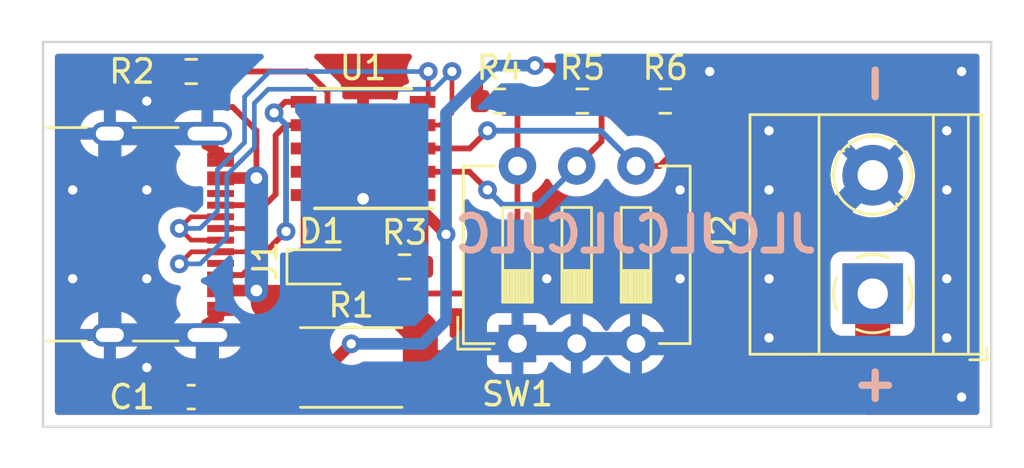
<source format=kicad_pcb>
(kicad_pcb (version 20211014) (generator pcbnew)
  (layers (0 "F.Cu" signal) (31 "B.Cu" signal) (34 "B.Paste" user) (35 "F.Paste" user) (36 "B.SilkS" user "B.Silkscreen") (37 "F.SilkS" user "F.Silkscreen") (38 "B.Mask" user) (39 "F.Mask" user) (44 "Edge.Cuts" user))
  (net 0 "")
  (net 1 "VDD")
  (net 2 "GND")
  (net 3 "Net-(D1-Pad1)")
  (net 4 "Net-(D1-Pad2)")
  (net 5 "VBUS")
  (net 6 "CC1")
  (net 7 "D+")
  (net 8 "D-")
  (net 10 "CC2")
  (net 12 "Net-(R2-Pad2)")
  (net 13 "CFG1")
  (net 14 "CFG2")
  (net 15 "CFG3")
  (footprint "Resistor_SMD:R_0603_1608Metric" (layer "F.Cu") (at 148.59 87.63)
    (fp_text reference "R6" (at 0 -1.43) (layer "F.SilkS"))
    (fp_text value "10k")
    (fp_line (start -0.237258 0.5225) (end 0.237258 0.5225) (layer "F.SilkS") (width 0.12))
    (fp_line (start -0.237258 -0.5225) (end 0.237258 -0.5225) (layer "F.SilkS") (width 0.12))
    (pad "1" smd roundrect (at -0.825 0) (size 0.8 0.95) (layers "F.Cu" "F.Paste" "F.Mask") (net 1 "VDD"))
    (pad "2" smd roundrect (at 0.825 0) (size 0.8 0.95) (layers "F.Cu" "F.Paste" "F.Mask") (net 15 "CFG3"))
  )
  (footprint "Capacitor_SMD:C_0603_1608Metric" (layer "F.Cu") (at 128.27 100.33 180)
    (fp_text reference "C1" (at 2.54 0) (layer "F.SilkS"))
    (fp_text value "1u")
    (fp_line (start -0.14058 0.51) (end 0.14058 0.51) (layer "F.SilkS") (width 0.12))
    (fp_line (start -0.14058 -0.51) (end 0.14058 -0.51) (layer "F.SilkS") (width 0.12))
    (pad "1" smd roundrect (at -0.775 0 180) (size 0.9 0.95) (layers "F.Cu" "F.Paste" "F.Mask") (net 1 "VDD"))
    (pad "2" smd roundrect (at 0.775 0 180) (size 0.9 0.95) (layers "F.Cu" "F.Paste" "F.Mask") (net 2 "GND"))
  )
  (footprint "TerminalBlock_Phoenix:TerminalBlock_Phoenix_MKDS-1,5-2-5.08_1x02_P5.08mm_Horizontal" (layer "F.Cu") (at 157.48 95.89 90)
    (fp_text reference "J2" (at 2.545 -6.4008 90) (layer "F.SilkS"))
    (fp_text value "Screw_Terminal_01x02")
    (fp_line (start 7.68 -5.261) (end 7.68 4.66) (layer "F.SilkS") (width 0.12))
    (fp_line (start -2.6 -5.261) (end -2.6 4.66) (layer "F.SilkS") (width 0.12))
    (fp_line (start -2.6 2.6) (end 7.68 2.6) (layer "F.SilkS") (width 0.12))
    (fp_line (start 4.046 1.239) (end 4.011 1.274) (layer "F.SilkS") (width 0.12))
    (fp_line (start -2.6 4.66) (end 7.68 4.66) (layer "F.SilkS") (width 0.12))
    (fp_line (start -2.6 -2.301) (end 7.68 -2.301) (layer "F.SilkS") (width 0.12))
    (fp_line (start -2.84 4.9) (end -2.34 4.9) (layer "F.SilkS") (width 0.12))
    (fp_line (start -2.6 4.1) (end 7.68 4.1) (layer "F.SilkS") (width 0.12))
    (fp_line (start -2.6 -5.261) (end 7.68 -5.261) (layer "F.SilkS") (width 0.12))
    (fp_line (start 3.853 1.023) (end 3.806 1.069) (layer "F.SilkS") (width 0.12))
    (fp_line (start 6.355 -1.069) (end 6.308 -1.023) (layer "F.SilkS") (width 0.12))
    (fp_line (start -2.84 4.16) (end -2.84 4.9) (layer "F.SilkS") (width 0.12))
    (fp_line (start 6.15 -1.275) (end 6.115 -1.239) (layer "F.SilkS") (width 0.12))
    (fp_arc (start 1.535427 -0.683042) (mid 1.680501 0.000524) (end 1.535 0.684) (layer "F.SilkS") (width 0.12))
    (fp_arc (start -0.683042 -1.535427) (mid 0.000524 -1.680501) (end 0.684 -1.535) (layer "F.SilkS") (width 0.12))
    (fp_arc (start 0.028805 1.680253) (mid -0.335551 1.646659) (end -0.684 1.535) (layer "F.SilkS") (width 0.12))
    (fp_arc (start -1.535427 0.683042) (mid -1.680501 -0.000524) (end -1.535 -0.684) (layer "F.SilkS") (width 0.12))
    (fp_arc (start 0.683318 1.534756) (mid 0.349292 1.643288) (end 0 1.68) (layer "F.SilkS") (width 0.12))
    (fp_circle (center 5.08 0) (end 6.76 0) (layer "F.SilkS") (width 0.12) (fill none))
    (pad "1" thru_hole rect (at 0 0 90) (size 2.6 2.6) (drill 1.3) (layers *.Cu *.Mask) (net 5 "VBUS"))
    (pad "2" thru_hole circle (at 5.08 0 90) (size 2.6 2.6) (drill 1.3) (layers *.Cu *.Mask) (net 2 "GND"))
  )
  (footprint "Resistor_SMD:R_0603_1608Metric" (layer "F.Cu") (at 137.414 94.742 180)
    (fp_text reference "R3" (at 0 1.4732) (layer "F.SilkS"))
    (fp_text value "1k")
    (fp_line (start -0.237258 -0.5225) (end 0.237258 -0.5225) (layer "F.SilkS") (width 0.12))
    (fp_line (start -0.237258 0.5225) (end 0.237258 0.5225) (layer "F.SilkS") (width 0.12))
    (pad "1" smd roundrect (at -0.825 0 180) (size 0.8 0.95) (layers "F.Cu" "F.Paste" "F.Mask") (net 1 "VDD"))
    (pad "2" smd roundrect (at 0.825 0 180) (size 0.8 0.95) (layers "F.Cu" "F.Paste" "F.Mask") (net 4 "Net-(D1-Pad2)"))
  )
  (footprint "library:ESSOP-10_3.9x4.9mm_P1.00mm" (layer "F.Cu") (at 135.636 89.662 180)
    (fp_text reference "U1" (at 0 3.4544) (layer "F.SilkS"))
    (fp_text value "CH224K")
    (fp_line (start -3 -2.57) (end 2.07 -2.57) (layer "F.SilkS") (width 0.15))
    (fp_line (start -2.07 2.57) (end 2.07 2.57) (layer "F.SilkS") (width 0.15))
    (pad "0" smd rect (at 0 0 180) (size 2.3 3.2) (layers "F.Cu" "F.Paste" "F.Mask") (net 2 "GND"))
    (pad "1" smd rect (at -2.55 -2 180) (size 1.1 0.51) (layers "F.Cu" "F.Paste" "F.Mask") (net 1 "VDD"))
    (pad "2" smd rect (at -2.55 -1 180) (size 1.1 0.51) (layers "F.Cu" "F.Paste" "F.Mask") (net 14 "CFG2"))
    (pad "3" smd rect (at -2.55 0 180) (size 1.1 0.51) (layers "F.Cu" "F.Paste" "F.Mask") (net 15 "CFG3"))
    (pad "4" smd rect (at -2.55 1 180) (size 1.1 0.51) (layers "F.Cu" "F.Paste" "F.Mask") (net 7 "D+"))
    (pad "5" smd rect (at -2.55 2 180) (size 1.1 0.51) (layers "F.Cu" "F.Paste" "F.Mask") (net 8 "D-"))
    (pad "6" smd rect (at 2.55 2 180) (size 1.1 0.51) (layers "F.Cu" "F.Paste" "F.Mask") (net 10 "CC2"))
    (pad "7" smd rect (at 2.55 1 180) (size 1.1 0.51) (layers "F.Cu" "F.Paste" "F.Mask") (net 6 "CC1"))
    (pad "8" smd rect (at 2.55 0 180) (size 1.1 0.51) (layers "F.Cu" "F.Paste" "F.Mask") (net 12 "Net-(R2-Pad2)"))
    (pad "9" smd rect (at 2.55 -1 180) (size 1.1 0.51) (layers "F.Cu" "F.Paste" "F.Mask") (net 13 "CFG1"))
    (pad "10" smd rect (at 2.55 -2 180) (size 1.1 0.51) (layers "F.Cu" "F.Paste" "F.Mask") (net 3 "Net-(D1-Pad1)"))
  )
  (footprint "Resistor_SMD:R_0603_1608Metric" (layer "F.Cu") (at 141.478 87.63)
    (fp_text reference "R4" (at 0 -1.43) (layer "F.SilkS"))
    (fp_text value "10k")
    (fp_line (start -0.237258 0.5225) (end 0.237258 0.5225) (layer "F.SilkS") (width 0.12))
    (fp_line (start -0.237258 -0.5225) (end 0.237258 -0.5225) (layer "F.SilkS") (width 0.12))
    (pad "1" smd roundrect (at -0.825 0) (size 0.8 0.95) (layers "F.Cu" "F.Paste" "F.Mask") (net 1 "VDD"))
    (pad "2" smd roundrect (at 0.825 0) (size 0.8 0.95) (layers "F.Cu" "F.Paste" "F.Mask") (net 13 "CFG1"))
  )
  (footprint "library:SW_DIP_SPSTx03_Slide_7.5x9.6mm_W7.62mm_P2.54mm" (layer "F.Cu") (at 142.255 98.034 90)
    (fp_text reference "SW1" (at -2.169 0 180) (layer "F.SilkS"))
    (fp_text value "SW_DIP_x03")
    (fp_line (start 1.78 4.685) (end 3.133333 4.685) (layer "F.SilkS") (width 0.12))
    (fp_line (start 1.78 5.645) (end 3.133333 5.645) (layer "F.SilkS") (width 0.12))
    (fp_line (start 1.78 -0.515) (end 3.133333 -0.515) (layer "F.SilkS") (width 0.12))
    (fp_line (start 1.78 4.805) (end 3.133333 4.805) (layer "F.SilkS") (width 0.12))
    (fp_line (start -0.24 -2.56) (end 1.14 -2.56) (layer "F.SilkS") (width 0.12))
    (fp_line (start 1.78 3.105) (end 3.133333 3.105) (layer "F.SilkS") (width 0.12))
    (fp_line (start 0 -2.32) (end 0 -1) (layer "F.SilkS") (width 0.12))
    (fp_line (start 1.78 3.175) (end 5.84 3.175) (layer "F.SilkS") (width 0.12))
    (fp_line (start 1.78 2.265) (end 3.133333 2.265) (layer "F.SilkS") (width 0.12))
    (fp_line (start 1.78 0.085) (end 3.133333 0.085) (layer "F.SilkS") (width 0.12))
    (fp_line (start 0 7.4) (end 7.62 7.4) (layer "F.SilkS") (width 0.12))
    (fp_line (start 1.78 5.405) (end 3.133333 5.405) (layer "F.SilkS") (width 0.12))
    (fp_line (start 1.78 0.325) (end 3.133333 0.325) (layer "F.SilkS") (width 0.12))
    (fp_line (start 1.78 0.205) (end 3.133333 0.205) (layer "F.SilkS") (width 0.12))
    (fp_line (start 1.78 -0.035) (end 3.133333 -0.035) (layer "F.SilkS") (width 0.12))
    (fp_line (start 1.78 5.045) (end 3.133333 5.045) (layer "F.SilkS") (width 0.12))
    (fp_line (start 1.78 2.865) (end 3.133333 2.865) (layer "F.SilkS") (width 0.12))
    (fp_line (start 1.78 2.385) (end 3.133333 2.385) (layer "F.SilkS") (width 0.12))
    (fp_line (start 1.78 2.625) (end 3.133333 2.625) (layer "F.SilkS") (width 0.12))
    (fp_line (start 0 6.08) (end 0 7.4) (layer "F.SilkS") (width 0.12))
    (fp_line (start 1.78 -0.275) (end 3.133333 -0.275) (layer "F.SilkS") (width 0.12))
    (fp_line (start 5.84 0.635) (end 5.84 -0.635) (layer "F.SilkS") (width 0.12))
    (fp_line (start 1.78 5.525) (end 3.133333 5.525) (layer "F.SilkS") (width 0.12))
    (fp_line (start 1.78 4.565) (end 3.133333 4.565) (layer "F.SilkS") (width 0.12))
    (fp_line (start 7.62 6.08) (end 7.62 7.4) (layer "F.SilkS") (width 0.12))
    (fp_line (start 3.133333 -0.635) (end 3.133333 0.635) (layer "F.SilkS") (width 0.12))
    (fp_line (start 1.78 2.745) (end 3.133333 2.745) (layer "F.SilkS") (width 0.12))
    (fp_line (start 3.133333 1.905) (end 3.133333 3.175) (layer "F.SilkS") (width 0.12))
    (fp_line (start 1.78 2.145) (end 3.133333 2.145) (layer "F.SilkS") (width 0.12))
    (fp_line (start 1.78 1.905) (end 1.78 3.175) (layer "F.SilkS") (width 0.12))
    (fp_line (start 1.78 4.925) (end 3.133333 4.925) (layer "F.SilkS") (width 0.12))
    (fp_line (start 1.78 0.565) (end 3.133333 0.565) (layer "F.SilkS") (width 0.12))
    (fp_line (start 5.84 -0.635) (end 1.78 -0.635) (layer "F.SilkS") (width 0.12))
    (fp_line (start 1.78 -0.395) (end 3.133333 -0.395) (layer "F.SilkS") (width 0.12))
    (fp_line (start 3.133333 4.445) (end 3.133333 5.715) (layer "F.SilkS") (width 0.12))
    (fp_line (start 1.78 5.285) (end 3.133333 5.285) (layer "F.SilkS") (width 0.12))
    (fp_line (start 5.84 4.445) (end 1.78 4.445) (layer "F.SilkS") (width 0.12))
    (fp_line (start 1.78 -0.155) (end 3.133333 -0.155) (layer "F.SilkS") (width 0.12))
    (fp_line (start 0 -2.32) (end 7.62 -2.32) (layer "F.SilkS") (width 0.12))
    (fp_line (start 1.78 -0.635) (end 1.78 0.635) (layer "F.SilkS") (width 0.12))
    (fp_line (start 1.78 2.985) (end 3.133333 2.985) (layer "F.SilkS") (width 0.12))
    (fp_line (start 5.84 1.905) (end 1.78 1.905) (layer "F.SilkS") (width 0.12))
    (fp_line (start 7.62 -2.32) (end 7.62 -1) (layer "F.SilkS") (width 0.12))
    (fp_line (start 5.84 3.175) (end 5.84 1.905) (layer "F.SilkS") (width 0.12))
    (fp_line (start 5.84 5.715) (end 5.84 4.445) (layer "F.SilkS") (width 0.12))
    (fp_line (start 1.78 0.635) (end 5.84 0.635) (layer "F.SilkS") (width 0.12))
    (fp_line (start -0.24 -2.56) (end -0.24 -1.18) (layer "F.SilkS") (width 0.12))
    (fp_line (start 1.78 2.025) (end 3.133333 2.025) (layer "F.SilkS") (width 0.12))
    (fp_line (start 1.78 0.445) (end 3.133333 0.445) (layer "F.SilkS") (width 0.12))
    (fp_line (start 1.78 4.445) (end 1.78 5.715) (layer "F.SilkS") (width 0.12))
    (fp_line (start 1.78 5.165) (end 3.133333 5.165) (layer "F.SilkS") (width 0.12))
    (fp_line (start 1.78 2.505) (end 3.133333 2.505) (layer "F.SilkS") (width 0.12))
    (fp_line (start 1.78 5.715) (end 5.84 5.715) (layer "F.SilkS") (width 0.12))
    (pad "1" thru_hole rect (at 0 0 90) (size 1.6 1.6) (drill 0.8) (layers *.Cu *.Mask) (net 2 "GND"))
    (pad "2" thru_hole oval (at 0 2.54 90) (size 1.6 1.6) (drill 0.8) (layers *.Cu *.Mask) (net 2 "GND"))
    (pad "3" thru_hole oval (at 0 5.08 90) (size 1.6 1.6) (drill 0.8) (layers *.Cu *.Mask) (net 2 "GND"))
    (pad "4" thru_hole oval (at 7.62 5.08 90) (size 1.6 1.6) (drill 0.8) (layers *.Cu *.Mask) (net 15 "CFG3"))
    (pad "5" thru_hole oval (at 7.62 2.54 90) (size 1.6 1.6) (drill 0.8) (layers *.Cu *.Mask) (net 14 "CFG2"))
    (pad "6" thru_hole oval (at 7.62 0 90) (size 1.6 1.6) (drill 0.8) (layers *.Cu *.Mask) (net 13 "CFG1"))
  )
  (footprint "Resistor_SMD:R_2512_6332Metric" (layer "F.Cu") (at 135.128 99.06 180)
    (fp_text reference "R1" (at 0 2.667) (layer "F.SilkS"))
    (fp_text value "1k")
    (fp_line (start -2.177064 -1.71) (end 2.177064 -1.71) (layer "F.SilkS") (width 0.12))
    (fp_line (start -2.177064 1.71) (end 2.177064 1.71) (layer "F.SilkS") (width 0.12))
    (pad "1" smd roundrect (at -2.9625 0 180) (size 1.225 3.35) (layers "F.Cu" "F.Paste" "F.Mask") (roundrect_rratio 0.2040816327) (net 5 "VBUS"))
    (pad "2" smd roundrect (at 2.9625 0 180) (size 1.225 3.35) (layers "F.Cu" "F.Paste" "F.Mask") (roundrect_rratio 0.2040816327) (net 1 "VDD"))
  )
  (footprint "Resistor_SMD:R_0603_1608Metric" (layer "F.Cu") (at 128.27 86.36)
    (fp_text reference "R2" (at -2.54 0) (layer "F.SilkS"))
    (fp_text value "10k")
    (fp_line (start -0.237258 -0.5225) (end 0.237258 -0.5225) (layer "F.SilkS") (width 0.12))
    (fp_line (start -0.237258 0.5225) (end 0.237258 0.5225) (layer "F.SilkS") (width 0.12))
    (pad "1" smd roundrect (at -0.825 0) (size 0.8 0.95) (layers "F.Cu" "F.Paste" "F.Mask") (net 5 "VBUS"))
    (pad "2" smd roundrect (at 0.825 0) (size 0.8 0.95) (layers "F.Cu" "F.Paste" "F.Mask") (net 12 "Net-(R2-Pad2)"))
  )
  (footprint "Connector_USB:USB_C_Receptacle_XKB_U262-16XN-4BVC11" (layer "F.Cu") (at 125.857 93.345 -90)
    (fp_text reference "J1" (at 1.143 -5.588 90) (layer "F.SilkS"))
    (fp_text value "USB_C_Receptacle_USB2.0")
    (fp_line (start 4.58 0.07) (end 4.58 -1.85) (layer "F.SilkS") (width 0.12))
    (fp_line (start 4.58 2.08) (end 4.58 3.785) (layer "F.SilkS") (width 0.12))
    (fp_line (start -4.58 -1.85) (end -4.58 0.07) (layer "F.SilkS") (width 0.12))
    (fp_line (start -4.58 3.785) (end -4.58 2.08) (layer "F.SilkS") (width 0.12))
    (pad "" np_thru_hole circle (at 2.89 -2.605 270) (size 0.65 0.65) (drill 0.65) (layers *.Cu *.Mask))
    (pad "" np_thru_hole circle (at -2.89 -2.605 270) (size 0.65 0.65) (drill 0.65) (layers *.Cu *.Mask))
    (pad "A1" smd rect (at -3.35 -3.67 270) (size 0.3 1.15) (layers "F.Cu" "F.Paste" "F.Mask") (net 2 "GND"))
    (pad "A4" smd rect (at -2.55 -3.67 270) (size 0.3 1.15) (layers "F.Cu" "F.Paste" "F.Mask") (net 5 "VBUS"))
    (pad "A5" smd rect (at -1.25 -3.67 270) (size 0.3 1.15) (layers "F.Cu" "F.Paste" "F.Mask") (net 6 "CC1"))
    (pad "A6" smd rect (at -0.25 -3.67 270) (size 0.3 1.15) (layers "F.Cu" "F.Paste" "F.Mask") (net 7 "D+"))
    (pad "A7" smd rect (at 0.25 -3.67 270) (size 0.3 1.15) (layers "F.Cu" "F.Paste" "F.Mask") (net 8 "D-"))
    (pad "A8" smd rect (at 1.25 -3.67 270) (size 0.3 1.15) (layers "F.Cu" "F.Paste" "F.Mask"))
    (pad "A9" smd rect (at 2.55 -3.67 270) (size 0.3 1.15) (layers "F.Cu" "F.Paste" "F.Mask") (net 5 "VBUS"))
    (pad "A12" smd rect (at 3.35 -3.67 270) (size 0.3 1.15) (layers "F.Cu" "F.Paste" "F.Mask") (net 2 "GND"))
    (pad "B1" smd rect (at 3.05 -3.67 270) (size 0.3 1.15) (layers "F.Cu" "F.Paste" "F.Mask") (net 2 "GND"))
    (pad "B4" smd rect (at 2.25 -3.67 270) (size 0.3 1.15) (layers "F.Cu" "F.Paste" "F.Mask") (net 5 "VBUS"))
    (pad "B5" smd rect (at 1.75 -3.67 270) (size 0.3 1.15) (layers "F.Cu" "F.Paste" "F.Mask") (net 10 "CC2"))
    (pad "B6" smd rect (at 0.75 -3.67 270) (size 0.3 1.15) (layers "F.Cu" "F.Paste" "F.Mask") (net 7 "D+"))
    (pad "B7" smd rect (at -0.75 -3.67 270) (size 0.3 1.15) (layers "F.Cu" "F.Paste" "F.Mask") (net 8 "D-"))
    (pad "B8" smd rect (at -1.75 -3.67 270) (size 0.3 1.15) (layers "F.Cu" "F.Paste" "F.Mask"))
    (pad "B9" smd rect (at -2.25 -3.67 270) (size 0.3 1.15) (layers "F.Cu" "F.Paste" "F.Mask") (net 5 "VBUS"))
    (pad "B12" smd rect (at -3.05 -3.67 270) (size 0.3 1.15) (layers "F.Cu" "F.Paste" "F.Mask") (net 2 "GND"))
    (pad "S1" thru_hole oval (at -4.32 -3.105 270) (size 1 2.1) (drill oval 0.6 1.7) (layers *.Cu *.Mask) (net 2 "GND"))
    (pad "S1" thru_hole oval (at 4.32 -3.105 270) (size 1 2.1) (drill oval 0.6 1.7) (layers *.Cu *.Mask) (net 2 "GND"))
    (pad "S1" thru_hole oval (at -4.32 1.075 270) (size 1 1.6) (drill oval 0.6 1.2) (layers *.Cu *.Mask) (net 2 "GND"))
    (pad "S1" thru_hole oval (at 4.32 1.075 270) (size 1 1.6) (drill oval 0.6 1.2) (layers *.Cu *.Mask) (net 2 "GND"))
  )
  (footprint "LED_SMD:LED_0603_1608Metric" (layer "F.Cu") (at 133.858 94.742)
    (fp_text reference "D1" (at 0 -1.524) (layer "F.SilkS"))
    (fp_text value "PWR")
    (fp_line (start -1.485 0.735) (end 0.8 0.735) (layer "F.SilkS") (width 0.12))
    (fp_line (start 0.8 -0.735) (end -1.485 -0.735) (layer "F.SilkS") (width 0.12))
    (fp_line (start -1.485 -0.735) (end -1.485 0.735) (layer "F.SilkS") (width 0.12))
    (pad "1" smd roundrect (at -0.7875 0) (size 0.875 0.95) (layers "F.Cu" "F.Paste" "F.Mask") (net 3 "Net-(D1-Pad1)"))
    (pad "2" smd roundrect (at 0.7875 0) (size 0.875 0.95) (layers "F.Cu" "F.Paste" "F.Mask") (net 4 "Net-(D1-Pad2)"))
  )
  (footprint "Resistor_SMD:R_0603_1608Metric" (layer "F.Cu") (at 145.034 87.63)
    (fp_text reference "R5" (at 0 -1.43) (layer "F.SilkS"))
    (fp_text value "10k")
    (fp_line (start -0.237258 -0.5225) (end 0.237258 -0.5225) (layer "F.SilkS") (width 0.12))
    (fp_line (start -0.237258 0.5225) (end 0.237258 0.5225) (layer "F.SilkS") (width 0.12))
    (pad "1" smd roundrect (at -0.825 0) (size 0.8 0.95) (layers "F.Cu" "F.Paste" "F.Mask") (net 1 "VDD"))
    (pad "2" smd roundrect (at 0.825 0) (size 0.8 0.95) (layers "F.Cu" "F.Paste" "F.Mask") (net 14 "CFG2"))
  )
  (gr_rect locked (start 121.92 85.09) (end 162.56 101.6) (layer "Edge.Cuts") (width 0.1) (fill none))
  (gr_text "-" (at 157.48 86.868 90) (layer "B.SilkS") (effects (font (size 1.5 1.5) (thickness 0.3)) (justify mirror)))
  (gr_text "JLCJLCJLCJLC" (at 147.32 93.345) (layer "B.SilkS") (effects (font (size 1.5 1.5) (thickness 0.3)) (justify mirror)))
  (gr_text "+" (at 157.48 99.822 90) (layer "B.SilkS") (effects (font (size 1.5 1.5) (thickness 0.3)) (justify mirror)))
  (gr_text "-" (at 157.48 86.868 90) (layer "F.SilkS") (effects (font (size 1.5 1.5) (thickness 0.3))))
  (gr_text "+" (at 157.48 99.822 90) (layer "F.SilkS") (effects (font (size 1.5 1.5) (thickness 0.3))))
  (segment (start 132.1655 99.06) (end 134.112 99.06) (width 0.5) (layer "F.Cu") (net 1))
  (segment (start 131.318 99.06) (end 132.1655 99.06) (width 0.5) (layer "F.Cu") (net 1))
  (segment (start 138.186 92.339) (end 138.186 91.662) (width 0.5) (layer "F.Cu") (net 1))
  (segment (start 139.192 93.345) (end 138.186 92.339) (width 0.5) (layer "F.Cu") (net 1))
  (segment (start 134.112 99.06) (end 135.128 98.044) (width 0.5) (layer "F.Cu") (net 1))
  (segment (start 147.765 86.678) (end 147.765 87.63) (width 0.25) (layer "F.Cu") (net 1))
  (segment (start 143.637 86.106) (end 144.209 86.678) (width 0.25) (layer "F.Cu") (net 1))
  (segment (start 141.224 86.106) (end 143.002 86.106) (width 0.25) (layer "F.Cu") (net 1))
  (segment (start 143.002 86.106) (end 143.637 86.106) (width 0.25) (layer "F.Cu") (net 1))
  (segment (start 138.186 92.339) (end 138.186 94.689) (width 0.5) (layer "F.Cu") (net 1))
  (segment (start 144.209 86.678) (end 144.209 87.63) (width 0.25) (layer "F.Cu") (net 1))
  (segment (start 129.045 100.33) (end 130.048 100.33) (width 0.5) (layer "F.Cu") (net 1))
  (segment (start 138.186 94.689) (end 138.239 94.742) (width 0.5) (layer "F.Cu") (net 1))
  (segment (start 143.637 86.106) (end 147.193 86.106) (width 0.25) (layer "F.Cu") (net 1))
  (segment (start 147.193 86.106) (end 147.765 86.678) (width 0.25) (layer "F.Cu") (net 1))
  (segment (start 130.048 100.33) (end 131.318 99.06) (width 0.5) (layer "F.Cu") (net 1))
  (segment (start 140.653 86.677) (end 140.653 87.63) (width 0.25) (layer "F.Cu") (net 1))
  (segment (start 141.224 86.106) (end 140.653 86.677) (width 0.25) (layer "F.Cu") (net 1))
  (via (at 135.128 98.044) (size 0.8) (drill 0.4) (layers "F.Cu" "B.Cu") (net 1))
  (via (at 139.192 93.345) (size 0.8) (drill 0.4) (layers "F.Cu" "B.Cu") (net 1))
  (via (at 143.002 86.106) (size 0.8) (drill 0.4) (layers "F.Cu" "B.Cu") (net 1))
  (segment (start 139.192 97.028) (end 139.192 93.345) (width 0.5) (layer "B.Cu") (net 1))
  (segment (start 141.224 86.106) (end 143.002 86.106) (width 0.5) (layer "B.Cu") (net 1))
  (segment (start 139.192 88.138) (end 141.224 86.106) (width 0.5) (layer "B.Cu") (net 1))
  (segment (start 135.128 98.044) (end 138.176 98.044) (width 0.5) (layer "B.Cu") (net 1))
  (segment (start 139.192 93.345) (end 139.192 88.138) (width 0.5) (layer "B.Cu") (net 1))
  (segment (start 138.176 98.044) (end 139.192 97.028) (width 0.5) (layer "B.Cu") (net 1))
  (segment (start 126.24 97.665) (end 124.782 97.665) (width 0.5) (layer "F.Cu") (net 2))
  (segment (start 127.495 100.33) (end 127.495 98.92) (width 0.5) (layer "F.Cu") (net 2))
  (segment (start 128.962 89.025) (end 128.962 89.43) (width 0.5) (layer "F.Cu") (net 2))
  (segment (start 127.495 98.92) (end 126.24 97.665) (width 0.5) (layer "F.Cu") (net 2))
  (segment (start 135.636 89.662) (end 135.636 91.821) (width 1.5) (layer "F.Cu") (net 2))
  (segment (start 128.962 97.665) (end 128.962 97.26) (width 0.5) (layer "F.Cu") (net 2))
  (segment (start 128.962 97.26) (end 129.527 96.695) (width 0.5) (layer "F.Cu") (net 2))
  (segment (start 128.962 89.43) (end 129.527 89.995) (width 0.5) (layer "F.Cu") (net 2))
  (via (at 153.035 88.9) (size 0.8) (drill 0.4) (layers "F.Cu" "B.Cu") (net 2))
  (via (at 143.51 95.25) (size 0.8) (drill 0.4) (layers "F.Cu" "B.Cu") (net 2))
  (via (at 149.225 91.44) (size 0.8) (drill 0.4) (layers "F.Cu" "B.Cu") (net 2))
  (via (at 160.655 95.25) (size 0.8) (drill 0.4) (layers "F.Cu" "B.Cu") (net 2))
  (via (at 161.29 86.36) (size 0.8) (drill 0.4) (layers "F.Cu" "B.Cu") (net 2))
  (via (at 160.655 97.79) (size 0.8) (drill 0.4) (layers "F.Cu" "B.Cu") (net 2))
  (via (at 126.365 95.25) (size 0.8) (drill 0.4) (layers "F.Cu" "B.Cu") (net 2))
  (via (at 126.365 87.63) (size 0.8) (drill 0.4) (layers "F.Cu" "B.Cu") (net 2))
  (via (at 126.365 91.44) (size 0.8) (drill 0.4) (layers "F.Cu" "B.Cu") (net 2))
  (via (at 153.035 91.44) (size 0.8) (drill 0.4) (layers "F.Cu" "B.Cu") (net 2))
  (via (at 150.495 86.36) (size 0.8) (drill 0.4) (layers "F.Cu" "B.Cu") (net 2))
  (via (at 126.365 99.06) (size 0.8) (drill 0.4) (layers "F.Cu" "B.Cu") (net 2))
  (via (at 149.225 95.25) (size 0.8) (drill 0.4) (layers "F.Cu" "B.Cu") (net 2))
  (via (at 153.035 97.79) (size 0.8) (drill 0.4) (layers "F.Cu" "B.Cu") (net 2))
  (via (at 123.19 95.25) (size 0.8) (drill 0.4) (layers "F.Cu" "B.Cu") (net 2))
  (via (at 153.0375 95.2525) (size 0.8) (drill 0.4) (layers "F.Cu" "B.Cu") (net 2))
  (via (at 160.655 91.44) (size 0.8) (drill 0.4) (layers "F.Cu" "B.Cu") (net 2))
  (via (at 161.29 100.33) (size 0.8) (drill 0.4) (layers "F.Cu" "B.Cu") (net 2))
  (via (at 123.19 91.44) (size 0.8) (drill 0.4) (layers "F.Cu" "B.Cu") (net 2))
  (via (at 160.655 88.9) (size 0.8) (drill 0.4) (layers "F.Cu" "B.Cu") (net 2))
  (via (at 135.636 91.821) (size 1) (drill 0.5) (layers "F.Cu" "B.Cu") (net 2))
  (segment (start 157.48 90.81) (end 153.0375 95.2525) (width 1) (layer "B.Cu") (net 2))
  (segment (start 132.84 97.665) (end 128.962 97.665) (width 1) (layer "B.Cu") (net 2))
  (segment (start 128.962 97.665) (end 128.962 98.99) (width 1) (layer "B.Cu") (net 2))
  (segment (start 150.256 98.034) (end 142.255 98.034) (width 1) (layer "B.Cu") (net 2))
  (segment (start 140.091 98.034) (end 142.255 98.034) (width 1) (layer "B.Cu") (net 2))
  (segment (start 130.302 100.33) (end 137.795 100.33) (width 1) (layer "B.Cu") (net 2))
  (segment (start 135.636 94.869) (end 132.84 97.665) (width 1) (layer "B.Cu") (net 2))
  (segment (start 137.795 100.33) (end 140.091 98.034) (width 1) (layer "B.Cu") (net 2))
  (segment (start 124.782 97.665) (end 128.962 97.665) (width 1) (layer "B.Cu") (net 2))
  (segment (start 128.962 89.025) (end 124.782 89.025) (width 1) (layer "B.Cu") (net 2))
  (segment (start 128.962 98.99) (end 130.302 100.33) (width 1) (layer "B.Cu") (net 2))
  (segment (start 153.0375 95.2525) (end 150.256 98.034) (width 1) (layer "B.Cu") (net 2))
  (segment (start 135.636 91.821) (end 135.636 94.869) (width 1) (layer "B.Cu") (net 2))
  (segment (start 124.782 89.025) (end 124.782 97.665) (width 1) (layer "B.Cu") (net 2))
  (segment (start 133.086 91.662) (end 133.086 94.7265) (width 0.25) (layer "F.Cu") (net 3))
  (segment (start 133.086 94.7265) (end 133.0705 94.742) (width 0.25) (layer "F.Cu") (net 3))
  (segment (start 134.6455 94.742) (end 136.589 94.742) (width 0.25) (layer "F.Cu") (net 4))
  (segment (start 131.064 88.9) (end 131.064 90.932) (width 0.25) (layer "F.Cu") (net 5))
  (segment (start 138.0905 97.4505) (end 138.0905 99.06) (width 1.5) (layer "F.Cu") (net 5))
  (segment (start 128.27 87.884) (end 130.048 87.884) (width 0.25) (layer "F.Cu") (net 5))
  (segment (start 155.8925 100.33) (end 157.48 98.7425) (width 1.5) (layer "F.Cu") (net 5))
  (segment (start 127.445 87.059) (end 128.27 87.884) (width 0.25) (layer "F.Cu") (net 5))
  (segment (start 141.224 100.33) (end 155.8925 100.33) (width 1.5) (layer "F.Cu") (net 5))
  (segment (start 131.572 96.266) (end 136.906 96.266) (width 1.5) (layer "F.Cu") (net 5))
  (segment (start 127.445 86.36) (end 127.445 87.059) (width 0.25) (layer "F.Cu") (net 5))
  (segment (start 129.664 90.932) (end 131.064 90.932) (width 0.5) (layer "F.Cu") (net 5))
  (segment (start 157.48 98.7425) (end 157.48 95.89) (width 1.5) (layer "F.Cu") (net 5))
  (segment (start 130.048 87.884) (end 131.064 88.9) (width 0.25) (layer "F.Cu") (net 5))
  (segment (start 131.064 95.758) (end 131.572 96.266) (width 1) (layer "F.Cu") (net 5))
  (segment (start 139.954 99.06) (end 141.224 100.33) (width 1.5) (layer "F.Cu") (net 5))
  (segment (start 129.527 95.895) (end 129.664 95.758) (width 0.25) (layer "F.Cu") (net 5))
  (segment (start 129.527 90.795) (end 129.664 90.932) (width 0.25) (layer "F.Cu") (net 5))
  (segment (start 136.906 96.266) (end 138.0905 97.4505) (width 1.5) (layer "F.Cu") (net 5))
  (segment (start 138.0905 99.06) (end 139.954 99.06) (width 1.5) (layer "F.Cu") (net 5))
  (segment (start 129.664 95.758) (end 131.064 95.758) (width 0.5) (layer "F.Cu") (net 5))
  (via (at 131.064 95.758) (size 1) (drill 0.5) (layers "F.Cu" "B.Cu") (net 5))
  (via (at 131.064 90.932) (size 1) (drill 0.5) (layers "F.Cu" "B.Cu") (net 5))
  (segment (start 131.064 90.932) (end 131.064 95.758) (width 1) (layer "B.Cu") (net 5))
  (segment (start 131.425 92.095) (end 131.889 91.631) (width 0.25) (layer "F.Cu") (net 6))
  (segment (start 132.318 88.662) (end 133.086 88.662) (width 0.25) (layer "F.Cu") (net 6))
  (segment (start 131.889 89.091) (end 132.318 88.662) (width 0.25) (layer "F.Cu") (net 6))
  (segment (start 131.889 91.631) (end 131.889 89.091) (width 0.25) (layer "F.Cu") (net 6))
  (segment (start 129.527 92.095) (end 131.425 92.095) (width 0.25) (layer "F.Cu") (net 6))
  (segment (start 139.446 86.36) (end 139.446 88.138) (width 0.2) (layer "F.Cu") (net 7))
  (segment (start 130.81 93.853) (end 130.568 94.095) (width 0.2) (layer "F.Cu") (net 7))
  (segment (start 129.527 93.095) (end 130.56 93.095) (width 0.2) (layer "F.Cu") (net 7))
  (segment (start 127.762 94.615) (end 128.282 94.095) (width 0.2) (layer "F.Cu") (net 7))
  (segment (start 130.568 94.095) (end 129.527 94.095) (width 0.2) (layer "F.Cu") (net 7))
  (segment (start 128.282 94.095) (end 129.527 94.095) (width 0.2) (layer "F.Cu") (net 7))
  (segment (start 130.81 93.345) (end 130.81 93.853) (width 0.2) (layer "F.Cu") (net 7))
  (segment (start 139.446 88.138) (end 138.922 88.662) (width 0.2) (layer "F.Cu") (net 7))
  (segment (start 130.56 93.095) (end 130.81 93.345) (width 0.2) (layer "F.Cu") (net 7))
  (segment (start 138.922 88.662) (end 138.186 88.662) (width 0.2) (layer "F.Cu") (net 7))
  (via (at 139.446 86.36) (size 0.8) (drill 0.4) (layers "F.Cu" "B.Cu") (net 7))
  (via (at 127.762 94.615) (size 0.8) (drill 0.4) (layers "F.Cu" "B.Cu") (net 7))
  (segment (start 130.975686 89.623314) (end 130.975686 87.718314) (width 0.2) (layer "B.Cu") (net 7))
  (segment (start 128.651 94.615) (end 129.794 93.472) (width 0.2) (layer "B.Cu") (net 7))
  (segment (start 129.794 90.805) (end 130.975686 89.623314) (width 0.2) (layer "B.Cu") (net 7))
  (segment (start 127.762 94.615) (end 128.651 94.615) (width 0.2) (layer "B.Cu") (net 7))
  (segment (start 129.794 93.472) (end 129.794 90.805) (width 0.2) (layer "B.Cu") (net 7))
  (segment (start 138.684 87.122) (end 139.446 86.36) (width 0.2) (layer "B.Cu") (net 7))
  (segment (start 131.572 87.122) (end 138.684 87.122) (width 0.2) (layer "B.Cu") (net 7))
  (segment (start 130.975686 87.718314) (end 131.572 87.122) (width 0.2) (layer "B.Cu") (net 7))
  (segment (start 128.258 92.595) (end 127.762 93.091) (width 0.2) (layer "F.Cu") (net 8))
  (segment (start 138.43 87.418) (end 138.186 87.662) (width 0.2) (layer "F.Cu") (net 8))
  (segment (start 128.266 93.595) (end 129.527 93.595) (width 0.2) (layer "F.Cu") (net 8))
  (segment (start 129.527 92.595) (end 128.258 92.595) (width 0.2) (layer "F.Cu") (net 8))
  (segment (start 127.762 93.091) (end 128.266 93.595) (width 0.2) (layer "F.Cu") (net 8))
  (segment (start 138.43 86.36) (end 138.43 87.418) (width 0.2) (layer "F.Cu") (net 8))
  (via (at 127.762 93.091) (size 0.8) (drill 0.4) (layers "F.Cu" "B.Cu") (net 8))
  (via (at 138.43 86.36) (size 0.8) (drill 0.4) (layers "F.Cu" "B.Cu") (net 8))
  (segment (start 129.394 92.348) (end 129.394 90.570001) (width 0.2) (layer "B.Cu") (net 8))
  (segment (start 129.394 90.570001) (end 130.556 89.408) (width 0.2) (layer "B.Cu") (net 8))
  (segment (start 130.556 87.4395) (end 131.6355 86.36) (width 0.2) (layer "B.Cu") (net 8))
  (segment (start 131.6355 86.36) (end 138.43 86.36) (width 0.2) (layer "B.Cu") (net 8))
  (segment (start 130.556 89.408) (end 130.556 87.4395) (width 0.2) (layer "B.Cu") (net 8))
  (segment (start 128.651 93.091) (end 129.394 92.348) (width 0.2) (layer "B.Cu") (net 8))
  (segment (start 127.762 93.091) (end 128.651 93.091) (width 0.2) (layer "B.Cu") (net 8))
  (segment (start 132.293909 87.662) (end 133.086 87.662) (width 0.25) (layer "F.Cu") (net 10))
  (segment (start 130.461274 95.095) (end 129.527 95.095) (width 0.25) (layer "F.Cu") (net 10))
  (segment (start 131.822082 88.133827) (end 132.293909 87.662) (width 0.25) (layer "F.Cu") (net 10))
  (segment (start 132.334 93.222274) (end 130.461274 95.095) (width 0.25) (layer "F.Cu") (net 10))
  (via (at 131.822082 88.133827) (size 0.8) (drill 0.4) (layers "F.Cu" "B.Cu") (net 10))
  (via (at 132.334 93.222274) (size 0.8) (drill 0.4) (layers "F.Cu" "B.Cu") (net 10))
  (segment (start 132.334 88.646) (end 132.334 93.222274) (width 0.25) (layer "B.Cu") (net 10))
  (segment (start 131.822082 88.134082) (end 131.822082 88.133827) (width 0.25) (layer "B.Cu") (net 10))
  (segment (start 132.334 88.646) (end 131.822082 88.134082) (width 0.25) (layer "B.Cu") (net 10))
  (segment (start 129.095 86.36) (end 133.239 86.36) (width 0.25) (layer "F.Cu") (net 12))
  (segment (start 133.731 89.662) (end 133.086 89.662) (width 0.25) (layer "F.Cu") (net 12))
  (segment (start 134.112 89.281) (end 133.731 89.662) (width 0.25) (layer "F.Cu") (net 12))
  (segment (start 133.239 86.36) (end 134.112 87.233) (width 0.25) (layer "F.Cu") (net 12))
  (segment (start 134.112 87.233) (end 134.112 89.281) (width 0.25) (layer "F.Cu") (net 12))
  (segment (start 142.303 87.63) (end 142.255 87.678) (width 0.25) (layer "F.Cu") (net 13))
  (segment (start 142.255 94.257) (end 142.255 90.414) (width 0.25) (layer "F.Cu") (net 13))
  (segment (start 136.779 93.599) (end 137.414 94.234) (width 0.25) (layer "F.Cu") (net 13))
  (segment (start 134.112 92.964) (end 134.747 93.599) (width 0.25) (layer "F.Cu") (net 13))
  (segment (start 142.255 87.678) (end 142.255 90.414) (width 0.25) (layer "F.Cu") (net 13))
  (segment (start 137.414 94.234) (end 137.414 95.134462) (width 0.25) (layer "F.Cu") (net 13))
  (segment (start 133.715 90.662) (end 134.112 91.059) (width 0.25) (layer "F.Cu") (net 13))
  (segment (start 134.112 91.059) (end 134.112 92.964) (width 0.25) (layer "F.Cu") (net 13))
  (segment (start 133.086 90.662) (end 133.715 90.662) (width 0.25) (layer "F.Cu") (net 13))
  (segment (start 140.627 95.885) (end 142.255 94.257) (width 0.25) (layer "F.Cu") (net 13))
  (segment (start 138.164538 95.885) (end 140.627 95.885) (width 0.25) (layer "F.Cu") (net 13))
  (segment (start 134.747 93.599) (end 136.779 93.599) (width 0.25) (layer "F.Cu") (net 13))
  (segment (start 137.414 95.134462) (end 138.164538 95.885) (width 0.25) (layer "F.Cu") (net 13))
  (segment (start 145.859 89.35) (end 144.795 90.414) (width 0.25) (layer "F.Cu") (net 14))
  (segment (start 140.97 91.44) (end 140.192 90.662) (width 0.25) (layer "F.Cu") (net 14))
  (segment (start 145.859 89.35) (end 145.859 87.63) (width 0.25) (layer "F.Cu") (net 14))
  (segment (start 140.192 90.662) (end 138.186 90.662) (width 0.25) (layer "F.Cu") (net 14))
  (via (at 140.97 91.44) (size 0.8) (drill 0.4) (layers "F.Cu" "B.Cu") (net 14))
  (segment (start 140.97 91.44) (end 141.605 92.075) (width 0.25) (layer "B.Cu") (net 14))
  (segment (start 141.605 92.075) (end 143.134 92.075) (width 0.25) (layer "B.Cu") (net 14))
  (segment (start 143.134 92.075) (end 144.795 90.414) (width 0.25) (layer "B.Cu") (net 14))
  (segment (start 148.346 90.414) (end 149.415 89.345) (width 0.25) (layer "F.Cu") (net 15))
  (segment (start 149.415 89.345) (end 149.415 87.63) (width 0.25) (layer "F.Cu") (net 15))
  (segment (start 147.335 90.414) (end 148.346 90.414) (width 0.25) (layer "F.Cu") (net 15))
  (segment (start 138.186 89.662) (end 140.208 89.662) (width 0.25) (layer "F.Cu") (net 15))
  (segment (start 140.208 89.662) (end 140.97 88.9) (width 0.25) (layer "F.Cu") (net 15))
  (via (at 140.97 88.9) (size 0.8) (drill 0.4) (layers "F.Cu" "B.Cu") (net 15))
  (segment (start 145.821 88.9) (end 147.335 90.414) (width 0.25) (layer "B.Cu") (net 15))
  (segment (start 140.97 88.9) (end 145.821 88.9) (width 0.25) (layer "B.Cu") (net 15))
  (zone (net 2) (net_name "GND") (layer "F.Cu") (connect_pads (clearance 0.508)) (min_thickness 0.254) (fill yes (thermal_gap 0.508) (thermal_bridge_width 0.508))
    (polygon (pts (xy 162.56 101.6) (xy 121.92 101.6) (xy 121.92 85.09) (xy 162.56 85.09)))
  )
  (zone (net 2) (net_name "GND") (layer "B.Cu") (connect_pads (clearance 0.508)) (min_thickness 0.254) (fill yes (thermal_gap 0.508) (thermal_bridge_width 0.508))
    (polygon (pts (xy 162.56 101.6) (xy 121.92 101.6) (xy 121.92 85.09) (xy 162.56 85.09)))
  )
)
</source>
